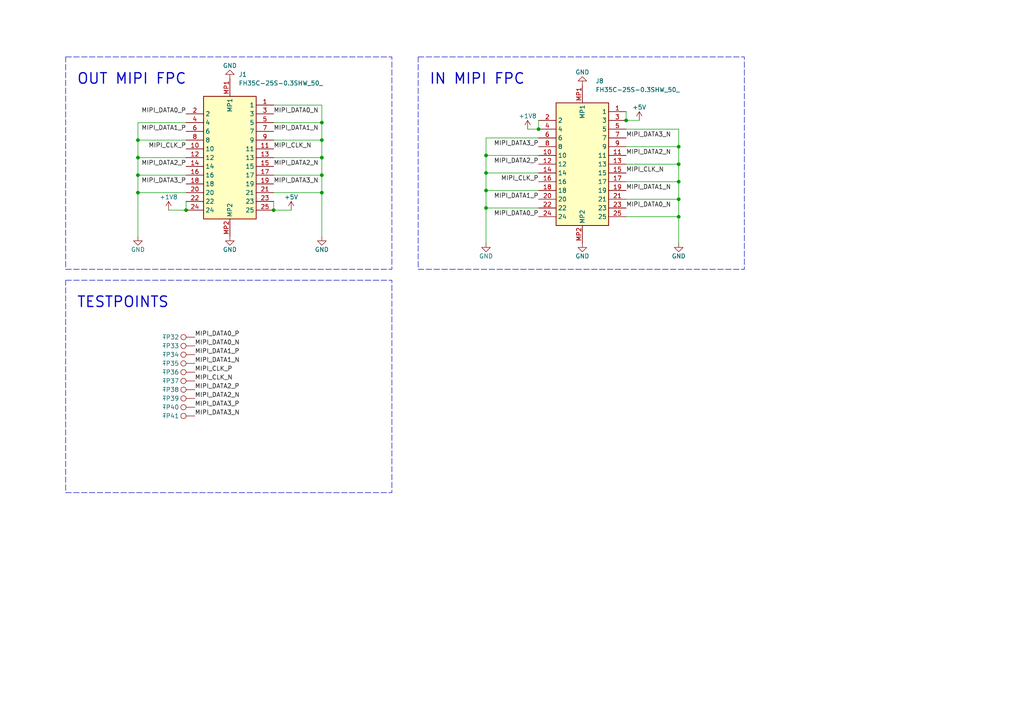
<source format=kicad_sch>
(kicad_sch (version 20230121) (generator eeschema)

  (uuid d7258a8e-b51b-4f13-8a49-6bfd1b2b58ca)

  (paper "A4")

  (lib_symbols
    (symbol "+5V_1" (power) (pin_names (offset 0)) (in_bom yes) (on_board yes)
      (property "Reference" "#PWR" (at 0 -3.81 0)
        (effects (font (size 1.27 1.27)) hide)
      )
      (property "Value" "+5V_1" (at 0 3.556 0)
        (effects (font (size 1.27 1.27)))
      )
      (property "Footprint" "" (at 0 0 0)
        (effects (font (size 1.27 1.27)) hide)
      )
      (property "Datasheet" "" (at 0 0 0)
        (effects (font (size 1.27 1.27)) hide)
      )
      (property "ki_keywords" "global power" (at 0 0 0)
        (effects (font (size 1.27 1.27)) hide)
      )
      (property "ki_description" "Power symbol creates a global label with name \"+5V\"" (at 0 0 0)
        (effects (font (size 1.27 1.27)) hide)
      )
      (symbol "+5V_1_0_1"
        (polyline
          (pts
            (xy -0.762 1.27)
            (xy 0 2.54)
          )
          (stroke (width 0) (type default))
          (fill (type none))
        )
        (polyline
          (pts
            (xy 0 0)
            (xy 0 2.54)
          )
          (stroke (width 0) (type default))
          (fill (type none))
        )
        (polyline
          (pts
            (xy 0 2.54)
            (xy 0.762 1.27)
          )
          (stroke (width 0) (type default))
          (fill (type none))
        )
      )
      (symbol "+5V_1_1_1"
        (pin power_in line (at 0 0 90) (length 0) hide
          (name "+5V" (effects (font (size 1.27 1.27))))
          (number "1" (effects (font (size 1.27 1.27))))
        )
      )
    )
    (symbol "Connector:TestPoint" (pin_numbers hide) (pin_names (offset 0.762) hide) (in_bom yes) (on_board yes)
      (property "Reference" "TP" (at 0 6.858 0)
        (effects (font (size 1.27 1.27)))
      )
      (property "Value" "TestPoint" (at 0 5.08 0)
        (effects (font (size 1.27 1.27)))
      )
      (property "Footprint" "" (at 5.08 0 0)
        (effects (font (size 1.27 1.27)) hide)
      )
      (property "Datasheet" "~" (at 5.08 0 0)
        (effects (font (size 1.27 1.27)) hide)
      )
      (property "ki_keywords" "test point tp" (at 0 0 0)
        (effects (font (size 1.27 1.27)) hide)
      )
      (property "ki_description" "test point" (at 0 0 0)
        (effects (font (size 1.27 1.27)) hide)
      )
      (property "ki_fp_filters" "Pin* Test*" (at 0 0 0)
        (effects (font (size 1.27 1.27)) hide)
      )
      (symbol "TestPoint_0_1"
        (circle (center 0 3.302) (radius 0.762)
          (stroke (width 0) (type default))
          (fill (type none))
        )
      )
      (symbol "TestPoint_1_1"
        (pin passive line (at 0 0 90) (length 2.54)
          (name "1" (effects (font (size 1.27 1.27))))
          (number "1" (effects (font (size 1.27 1.27))))
        )
      )
    )
    (symbol "GND_3" (power) (pin_names (offset 0)) (in_bom yes) (on_board yes)
      (property "Reference" "#PWR" (at 0 -6.35 0)
        (effects (font (size 1.27 1.27)) hide)
      )
      (property "Value" "GND_3" (at 0 -3.81 0)
        (effects (font (size 1.27 1.27)))
      )
      (property "Footprint" "" (at 0 0 0)
        (effects (font (size 1.27 1.27)) hide)
      )
      (property "Datasheet" "" (at 0 0 0)
        (effects (font (size 1.27 1.27)) hide)
      )
      (property "ki_keywords" "global power" (at 0 0 0)
        (effects (font (size 1.27 1.27)) hide)
      )
      (property "ki_description" "Power symbol creates a global label with name \"GND\" , ground" (at 0 0 0)
        (effects (font (size 1.27 1.27)) hide)
      )
      (symbol "GND_3_0_1"
        (polyline
          (pts
            (xy 0 0)
            (xy 0 -1.27)
            (xy 1.27 -1.27)
            (xy 0 -2.54)
            (xy -1.27 -1.27)
            (xy 0 -1.27)
          )
          (stroke (width 0) (type default))
          (fill (type none))
        )
      )
      (symbol "GND_3_1_1"
        (pin power_in line (at 0 0 270) (length 0) hide
          (name "GND" (effects (font (size 1.27 1.27))))
          (number "1" (effects (font (size 1.27 1.27))))
        )
      )
    )
    (symbol "SamacSys_Parts:FH35C-25S-0.3SHW_50_" (in_bom yes) (on_board yes)
      (property "Reference" "J" (at 41.91 12.7 0)
        (effects (font (size 1.27 1.27)) (justify left top))
      )
      (property "Value" "FH35C-25S-0.3SHW_50_" (at 41.91 10.16 0)
        (effects (font (size 1.27 1.27)) (justify left top))
      )
      (property "Footprint" "FH35C25S03SHW50" (at 41.91 -89.84 0)
        (effects (font (size 1.27 1.27)) (justify left top) hide)
      )
      (property "Datasheet" "https://www.hirose.com/product/en/products/FH35C/FH35C-25S-0.3SHW%2850%29/" (at 41.91 -189.84 0)
        (effects (font (size 1.27 1.27)) (justify left top) hide)
      )
      (property "Height" "1" (at 41.91 -389.84 0)
        (effects (font (size 1.27 1.27)) (justify left top) hide)
      )
      (property "Mouser Part Number" "798-FH35C25S03SHW50" (at 41.91 -489.84 0)
        (effects (font (size 1.27 1.27)) (justify left top) hide)
      )
      (property "Mouser Price/Stock" "https://www.mouser.co.uk/ProductDetail/Hirose-Connector/FH35C-25S-0.3SHW50?qs=zPSbg0dgZogJgfylmO6pPg%3D%3D" (at 41.91 -589.84 0)
        (effects (font (size 1.27 1.27)) (justify left top) hide)
      )
      (property "Manufacturer_Name" "Hirose" (at 41.91 -689.84 0)
        (effects (font (size 1.27 1.27)) (justify left top) hide)
      )
      (property "Manufacturer_Part_Number" "FH35C-25S-0.3SHW(50)" (at 41.91 -789.84 0)
        (effects (font (size 1.27 1.27)) (justify left top) hide)
      )
      (property "ki_description" "HIROSE(HRS) - FH35C-25S-0.3SHW(50) - CONNECTOR, FPC, RCPT, 25POS, 1ROW" (at 0 0 0)
        (effects (font (size 1.27 1.27)) hide)
      )
      (symbol "FH35C-25S-0.3SHW_50__1_1"
        (rectangle (start 5.08 7.62) (end 40.64 -7.62)
          (stroke (width 0.254) (type default))
          (fill (type background))
        )
        (pin passive line (at 38.1 -12.7 90) (length 5.08)
          (name "1" (effects (font (size 1.27 1.27))))
          (number "1" (effects (font (size 1.27 1.27))))
        )
        (pin passive line (at 25.4 12.7 270) (length 5.08)
          (name "10" (effects (font (size 1.27 1.27))))
          (number "10" (effects (font (size 1.27 1.27))))
        )
        (pin passive line (at 25.4 -12.7 90) (length 5.08)
          (name "11" (effects (font (size 1.27 1.27))))
          (number "11" (effects (font (size 1.27 1.27))))
        )
        (pin passive line (at 22.86 12.7 270) (length 5.08)
          (name "12" (effects (font (size 1.27 1.27))))
          (number "12" (effects (font (size 1.27 1.27))))
        )
        (pin passive line (at 22.86 -12.7 90) (length 5.08)
          (name "13" (effects (font (size 1.27 1.27))))
          (number "13" (effects (font (size 1.27 1.27))))
        )
        (pin passive line (at 20.32 12.7 270) (length 5.08)
          (name "14" (effects (font (size 1.27 1.27))))
          (number "14" (effects (font (size 1.27 1.27))))
        )
        (pin passive line (at 20.32 -12.7 90) (length 5.08)
          (name "15" (effects (font (size 1.27 1.27))))
          (number "15" (effects (font (size 1.27 1.27))))
        )
        (pin passive line (at 17.78 12.7 270) (length 5.08)
          (name "16" (effects (font (size 1.27 1.27))))
          (number "16" (effects (font (size 1.27 1.27))))
        )
        (pin passive line (at 17.78 -12.7 90) (length 5.08)
          (name "17" (effects (font (size 1.27 1.27))))
          (number "17" (effects (font (size 1.27 1.27))))
        )
        (pin passive line (at 15.24 12.7 270) (length 5.08)
          (name "18" (effects (font (size 1.27 1.27))))
          (number "18" (effects (font (size 1.27 1.27))))
        )
        (pin passive line (at 15.24 -12.7 90) (length 5.08)
          (name "19" (effects (font (size 1.27 1.27))))
          (number "19" (effects (font (size 1.27 1.27))))
        )
        (pin passive line (at 35.56 12.7 270) (length 5.08)
          (name "2" (effects (font (size 1.27 1.27))))
          (number "2" (effects (font (size 1.27 1.27))))
        )
        (pin passive line (at 12.7 12.7 270) (length 5.08)
          (name "20" (effects (font (size 1.27 1.27))))
          (number "20" (effects (font (size 1.27 1.27))))
        )
        (pin passive line (at 12.7 -12.7 90) (length 5.08)
          (name "21" (effects (font (size 1.27 1.27))))
          (number "21" (effects (font (size 1.27 1.27))))
        )
        (pin passive line (at 10.16 12.7 270) (length 5.08)
          (name "22" (effects (font (size 1.27 1.27))))
          (number "22" (effects (font (size 1.27 1.27))))
        )
        (pin passive line (at 10.16 -12.7 90) (length 5.08)
          (name "23" (effects (font (size 1.27 1.27))))
          (number "23" (effects (font (size 1.27 1.27))))
        )
        (pin passive line (at 7.62 12.7 270) (length 5.08)
          (name "24" (effects (font (size 1.27 1.27))))
          (number "24" (effects (font (size 1.27 1.27))))
        )
        (pin passive line (at 7.62 -12.7 90) (length 5.08)
          (name "25" (effects (font (size 1.27 1.27))))
          (number "25" (effects (font (size 1.27 1.27))))
        )
        (pin passive line (at 35.56 -12.7 90) (length 5.08)
          (name "3" (effects (font (size 1.27 1.27))))
          (number "3" (effects (font (size 1.27 1.27))))
        )
        (pin passive line (at 33.02 12.7 270) (length 5.08)
          (name "4" (effects (font (size 1.27 1.27))))
          (number "4" (effects (font (size 1.27 1.27))))
        )
        (pin passive line (at 33.02 -12.7 90) (length 5.08)
          (name "5" (effects (font (size 1.27 1.27))))
          (number "5" (effects (font (size 1.27 1.27))))
        )
        (pin passive line (at 30.48 12.7 270) (length 5.08)
          (name "6" (effects (font (size 1.27 1.27))))
          (number "6" (effects (font (size 1.27 1.27))))
        )
        (pin passive line (at 30.48 -12.7 90) (length 5.08)
          (name "7" (effects (font (size 1.27 1.27))))
          (number "7" (effects (font (size 1.27 1.27))))
        )
        (pin passive line (at 27.94 12.7 270) (length 5.08)
          (name "8" (effects (font (size 1.27 1.27))))
          (number "8" (effects (font (size 1.27 1.27))))
        )
        (pin passive line (at 27.94 -12.7 90) (length 5.08)
          (name "9" (effects (font (size 1.27 1.27))))
          (number "9" (effects (font (size 1.27 1.27))))
        )
        (pin passive line (at 45.72 0 180) (length 5.08)
          (name "MP1" (effects (font (size 1.27 1.27))))
          (number "MP1" (effects (font (size 1.27 1.27))))
        )
        (pin passive line (at 0 0 0) (length 5.08)
          (name "MP2" (effects (font (size 1.27 1.27))))
          (number "MP2" (effects (font (size 1.27 1.27))))
        )
      )
    )
    (symbol "power:+1V8" (power) (pin_names (offset 0)) (in_bom yes) (on_board yes)
      (property "Reference" "#PWR" (at 0 -3.81 0)
        (effects (font (size 1.27 1.27)) hide)
      )
      (property "Value" "+1V8" (at 0 3.556 0)
        (effects (font (size 1.27 1.27)))
      )
      (property "Footprint" "" (at 0 0 0)
        (effects (font (size 1.27 1.27)) hide)
      )
      (property "Datasheet" "" (at 0 0 0)
        (effects (font (size 1.27 1.27)) hide)
      )
      (property "ki_keywords" "global power" (at 0 0 0)
        (effects (font (size 1.27 1.27)) hide)
      )
      (property "ki_description" "Power symbol creates a global label with name \"+1V8\"" (at 0 0 0)
        (effects (font (size 1.27 1.27)) hide)
      )
      (symbol "+1V8_0_1"
        (polyline
          (pts
            (xy -0.762 1.27)
            (xy 0 2.54)
          )
          (stroke (width 0) (type default))
          (fill (type none))
        )
        (polyline
          (pts
            (xy 0 0)
            (xy 0 2.54)
          )
          (stroke (width 0) (type default))
          (fill (type none))
        )
        (polyline
          (pts
            (xy 0 2.54)
            (xy 0.762 1.27)
          )
          (stroke (width 0) (type default))
          (fill (type none))
        )
      )
      (symbol "+1V8_1_1"
        (pin power_in line (at 0 0 90) (length 0) hide
          (name "+1V8" (effects (font (size 1.27 1.27))))
          (number "1" (effects (font (size 1.27 1.27))))
        )
      )
    )
  )

  (junction (at 93.345 45.72) (diameter 0) (color 0 0 0 0)
    (uuid 179cb44c-1441-4d02-a13a-5f3940b98508)
  )
  (junction (at 40.005 40.64) (diameter 0) (color 0 0 0 0)
    (uuid 2a24b9d5-b13f-4b8f-b8e2-34473cad66ac)
  )
  (junction (at 40.005 55.88) (diameter 0) (color 0 0 0 0)
    (uuid 3e0288f3-e964-442c-9d4d-76c4b19256c3)
  )
  (junction (at 40.005 50.8) (diameter 0) (color 0 0 0 0)
    (uuid 40428152-7365-4a0d-8d47-a68039a97b64)
  )
  (junction (at 181.61 34.925) (diameter 0) (color 0 0 0 0)
    (uuid 55affe8f-b1a6-4741-b1f0-2a5af0653436)
  )
  (junction (at 93.345 50.8) (diameter 0) (color 0 0 0 0)
    (uuid 8a054b42-1554-4350-873f-532afbd893e3)
  )
  (junction (at 140.97 50.165) (diameter 0) (color 0 0 0 0)
    (uuid 8fcdfde6-9c6d-4993-85ac-fe4e234cbaa4)
  )
  (junction (at 140.97 45.085) (diameter 0) (color 0 0 0 0)
    (uuid 9343e2b9-f145-4aaf-8df7-7338f6100962)
  )
  (junction (at 156.21 37.465) (diameter 0) (color 0 0 0 0)
    (uuid a2087c41-ce73-4b3b-adba-001a49697905)
  )
  (junction (at 196.85 62.865) (diameter 0) (color 0 0 0 0)
    (uuid a288bcf5-2e68-47ae-b421-c9d93012aa78)
  )
  (junction (at 140.97 60.325) (diameter 0) (color 0 0 0 0)
    (uuid aa67cc7a-f81b-4a83-9f05-747b99255e59)
  )
  (junction (at 93.345 55.88) (diameter 0) (color 0 0 0 0)
    (uuid bb2b0876-e946-4892-97da-45dd1e24914b)
  )
  (junction (at 93.345 35.56) (diameter 0) (color 0 0 0 0)
    (uuid bccc92e7-23eb-40cc-9718-4b50dbac7e6a)
  )
  (junction (at 196.85 47.625) (diameter 0) (color 0 0 0 0)
    (uuid d7c96291-f75f-4183-b5eb-45284c11b29c)
  )
  (junction (at 196.85 52.705) (diameter 0) (color 0 0 0 0)
    (uuid dfffedaf-5b38-4287-a378-acc5040d36b7)
  )
  (junction (at 53.975 60.96) (diameter 0) (color 0 0 0 0)
    (uuid e4de59b1-4c2c-402f-988a-e7dbeb34c3a9)
  )
  (junction (at 196.85 42.545) (diameter 0) (color 0 0 0 0)
    (uuid e5741134-5bd3-453b-b83a-191f1fee1c8b)
  )
  (junction (at 140.97 55.245) (diameter 0) (color 0 0 0 0)
    (uuid ed76ca61-ad37-456d-822e-120fa6b59ee7)
  )
  (junction (at 196.85 57.785) (diameter 0) (color 0 0 0 0)
    (uuid ee485da0-db82-4b44-b131-04143cbd0ae0)
  )
  (junction (at 93.345 40.64) (diameter 0) (color 0 0 0 0)
    (uuid f3992ca1-799f-43ec-8489-60ab8702a739)
  )
  (junction (at 79.375 60.96) (diameter 0) (color 0 0 0 0)
    (uuid f4fe0631-62c3-41d7-b999-2d667fae3993)
  )
  (junction (at 40.005 45.72) (diameter 0) (color 0 0 0 0)
    (uuid fa471003-3501-4a84-bcd6-7a4c8a798a05)
  )

  (wire (pts (xy 79.375 60.96) (xy 84.455 60.96))
    (stroke (width 0) (type default))
    (uuid 149be455-b011-46b0-8908-1e984e8af2fe)
  )
  (wire (pts (xy 93.345 30.48) (xy 79.375 30.48))
    (stroke (width 0) (type default))
    (uuid 14dfec69-fbeb-4023-9799-5d8131838676)
  )
  (wire (pts (xy 140.97 55.245) (xy 140.97 60.325))
    (stroke (width 0) (type default))
    (uuid 17759e25-fa01-4bd1-a36e-6b2709922b6f)
  )
  (wire (pts (xy 140.97 60.325) (xy 140.97 70.485))
    (stroke (width 0) (type default))
    (uuid 1e6bc598-f40c-401c-b9b5-b0f75893226d)
  )
  (wire (pts (xy 181.61 62.865) (xy 196.85 62.865))
    (stroke (width 0) (type default))
    (uuid 1f7135a3-859f-4f70-979e-771f6c1e3da2)
  )
  (wire (pts (xy 140.97 40.005) (xy 140.97 45.085))
    (stroke (width 0) (type default))
    (uuid 2392df07-7380-4041-8f2a-cb5157f56896)
  )
  (wire (pts (xy 181.61 47.625) (xy 196.85 47.625))
    (stroke (width 0) (type default))
    (uuid 279db082-edab-4176-8190-0a1f76816742)
  )
  (wire (pts (xy 181.61 34.925) (xy 181.61 32.385))
    (stroke (width 0) (type default))
    (uuid 290e4e6c-a324-449f-a7d9-d4c87094abc9)
  )
  (wire (pts (xy 79.375 45.72) (xy 93.345 45.72))
    (stroke (width 0) (type default))
    (uuid 36204026-4e6b-458d-b69d-0219a023db92)
  )
  (wire (pts (xy 156.21 45.085) (xy 140.97 45.085))
    (stroke (width 0) (type default))
    (uuid 36fb5089-45bb-4060-b84f-ccd64ec10e3f)
  )
  (wire (pts (xy 196.85 42.545) (xy 196.85 47.625))
    (stroke (width 0) (type default))
    (uuid 448554b1-9df8-4aaf-bba9-6ee8b17265bc)
  )
  (wire (pts (xy 196.85 57.785) (xy 196.85 62.865))
    (stroke (width 0) (type default))
    (uuid 4739f7d9-f31c-4073-a8b6-42108c5bfc1a)
  )
  (wire (pts (xy 79.375 35.56) (xy 93.345 35.56))
    (stroke (width 0) (type default))
    (uuid 4a7800fe-be9f-485f-b0c8-90ac5125227f)
  )
  (wire (pts (xy 93.345 55.88) (xy 93.345 68.58))
    (stroke (width 0) (type default))
    (uuid 4b9642ba-98aa-450b-9e83-b48db0daa874)
  )
  (wire (pts (xy 93.345 35.56) (xy 93.345 40.64))
    (stroke (width 0) (type default))
    (uuid 4cbc6637-7537-4e57-8b5c-62b61dc59d3c)
  )
  (wire (pts (xy 40.005 50.8) (xy 53.975 50.8))
    (stroke (width 0) (type default))
    (uuid 50ce058b-973f-4009-9a8f-c1f7ad464391)
  )
  (wire (pts (xy 40.005 35.56) (xy 40.005 40.64))
    (stroke (width 0) (type default))
    (uuid 57531ac9-7b48-4962-846b-9517ffbce5f6)
  )
  (wire (pts (xy 79.375 50.8) (xy 93.345 50.8))
    (stroke (width 0) (type default))
    (uuid 5bdb38d4-a1b4-43b4-9e15-13363322374d)
  )
  (wire (pts (xy 79.375 55.88) (xy 93.345 55.88))
    (stroke (width 0) (type default))
    (uuid 62be7e1e-0079-40d8-babd-8561b09f9abc)
  )
  (wire (pts (xy 156.21 37.465) (xy 153.035 37.465))
    (stroke (width 0) (type default))
    (uuid 63daabd6-980d-428b-94a0-ddad676880d4)
  )
  (wire (pts (xy 140.97 50.165) (xy 156.21 50.165))
    (stroke (width 0) (type default))
    (uuid 70a64bcf-226b-4f11-8bfa-2ac8c85ec13b)
  )
  (wire (pts (xy 156.21 37.465) (xy 156.21 34.925))
    (stroke (width 0) (type default))
    (uuid 74c6f380-4138-455a-8056-b5bea2bea7a7)
  )
  (wire (pts (xy 181.61 42.545) (xy 196.85 42.545))
    (stroke (width 0) (type default))
    (uuid 75270215-fbf4-4cfb-928c-378fb24869d7)
  )
  (wire (pts (xy 79.375 58.42) (xy 79.375 60.96))
    (stroke (width 0) (type default))
    (uuid 77e92df9-8c57-47be-b168-699ab0020358)
  )
  (wire (pts (xy 40.005 40.64) (xy 53.975 40.64))
    (stroke (width 0) (type default))
    (uuid 785816e4-141b-4de4-a3c4-25693ec5bece)
  )
  (wire (pts (xy 93.345 40.64) (xy 93.345 45.72))
    (stroke (width 0) (type default))
    (uuid 7c63dcb1-f713-4e5e-8f49-3d038840b59d)
  )
  (wire (pts (xy 40.005 50.8) (xy 40.005 55.88))
    (stroke (width 0) (type default))
    (uuid 809d0131-812d-4585-83a4-3d87c9aee4c7)
  )
  (wire (pts (xy 140.97 45.085) (xy 140.97 50.165))
    (stroke (width 0) (type default))
    (uuid 878b0bea-517b-4fb8-a920-00ed8e511027)
  )
  (wire (pts (xy 40.005 55.88) (xy 53.975 55.88))
    (stroke (width 0) (type default))
    (uuid 887a030b-eb59-4200-9693-4cb0da2fa76f)
  )
  (wire (pts (xy 40.005 45.72) (xy 53.975 45.72))
    (stroke (width 0) (type default))
    (uuid 8a60ae1f-c2e2-4d0b-85bb-d152edced378)
  )
  (wire (pts (xy 140.97 50.165) (xy 140.97 55.245))
    (stroke (width 0) (type default))
    (uuid 90743a3d-0b23-4e69-acae-905b4cc605ff)
  )
  (wire (pts (xy 48.895 60.96) (xy 53.975 60.96))
    (stroke (width 0) (type default))
    (uuid 92ebf1c3-34d0-4abc-ba3b-493866437ba6)
  )
  (wire (pts (xy 140.97 55.245) (xy 156.21 55.245))
    (stroke (width 0) (type default))
    (uuid 95bc782c-ffd2-4773-b1b1-1d29b4dfb02f)
  )
  (wire (pts (xy 196.85 62.865) (xy 196.85 70.485))
    (stroke (width 0) (type default))
    (uuid 9694cd8e-29b4-4fba-b36d-f86472ba3443)
  )
  (wire (pts (xy 93.345 50.8) (xy 93.345 45.72))
    (stroke (width 0) (type default))
    (uuid 98ca92c6-fc28-4437-8f59-849f3163dfbf)
  )
  (wire (pts (xy 196.85 47.625) (xy 196.85 52.705))
    (stroke (width 0) (type default))
    (uuid 9c47e2d5-eef7-4298-afca-240421364071)
  )
  (wire (pts (xy 196.85 37.465) (xy 196.85 42.545))
    (stroke (width 0) (type default))
    (uuid 9dcef15f-9538-437f-814a-09dc87617666)
  )
  (wire (pts (xy 181.61 57.785) (xy 196.85 57.785))
    (stroke (width 0) (type default))
    (uuid a1cbcb97-22d3-4b75-85ce-b5f0bacf67e0)
  )
  (wire (pts (xy 181.61 37.465) (xy 196.85 37.465))
    (stroke (width 0) (type default))
    (uuid a3247ad6-9f22-4464-ad16-0b8d0d65f8ce)
  )
  (wire (pts (xy 53.975 35.56) (xy 40.005 35.56))
    (stroke (width 0) (type default))
    (uuid aded3ee4-e640-4ecb-89d8-c52185e8381d)
  )
  (wire (pts (xy 53.975 58.42) (xy 53.975 60.96))
    (stroke (width 0) (type default))
    (uuid af8da3b5-01bb-4e56-b4a4-590038927957)
  )
  (wire (pts (xy 40.005 55.88) (xy 40.005 68.58))
    (stroke (width 0) (type default))
    (uuid bbee67e5-98c0-4642-aa3a-90b6bb4c24db)
  )
  (wire (pts (xy 93.345 50.8) (xy 93.345 55.88))
    (stroke (width 0) (type default))
    (uuid c6a5b77a-b5a2-4119-ba63-c027b10a94e5)
  )
  (wire (pts (xy 40.005 40.64) (xy 40.005 45.72))
    (stroke (width 0) (type default))
    (uuid ca53a595-6f8f-4a0f-a378-1ed64ed3f46d)
  )
  (wire (pts (xy 196.85 52.705) (xy 196.85 57.785))
    (stroke (width 0) (type default))
    (uuid d1eefad3-7563-4c42-ba9a-d43665cd972e)
  )
  (wire (pts (xy 181.61 34.925) (xy 185.42 34.925))
    (stroke (width 0) (type default))
    (uuid db3b2a50-234b-49ce-9524-f7ade4ad50c7)
  )
  (wire (pts (xy 40.005 45.72) (xy 40.005 50.8))
    (stroke (width 0) (type default))
    (uuid e72e9e72-d0dd-4125-bfed-e97941154aeb)
  )
  (wire (pts (xy 79.375 40.64) (xy 93.345 40.64))
    (stroke (width 0) (type default))
    (uuid e7895b36-b18f-452c-8c72-f338540e7f25)
  )
  (wire (pts (xy 181.61 52.705) (xy 196.85 52.705))
    (stroke (width 0) (type default))
    (uuid f947797c-2aad-4cdd-b26e-d8455f8aecb6)
  )
  (wire (pts (xy 140.97 40.005) (xy 156.21 40.005))
    (stroke (width 0) (type default))
    (uuid fc8b00b5-6aa9-4f4b-ac20-81bfba3f3604)
  )
  (wire (pts (xy 93.345 35.56) (xy 93.345 30.48))
    (stroke (width 0) (type default))
    (uuid ff0fe96f-7825-4fce-b24a-6350fd2d2929)
  )
  (wire (pts (xy 140.97 60.325) (xy 156.21 60.325))
    (stroke (width 0) (type default))
    (uuid ffa3cb81-7483-4d52-8268-e95c065b106a)
  )

  (rectangle (start 121.285 16.51) (end 215.9 78.105)
    (stroke (width 0) (type dash))
    (fill (type none))
    (uuid 16dbcbf8-04d9-46cc-81f9-a7b474a0eb82)
  )
  (rectangle (start 19.05 81.28) (end 113.665 142.875)
    (stroke (width 0) (type dash))
    (fill (type none))
    (uuid 3c66645f-3dc3-426f-a5cd-2050a47af329)
  )
  (rectangle (start 19.05 16.51) (end 113.665 78.105)
    (stroke (width 0) (type dash))
    (fill (type none))
    (uuid 4a80df71-5c69-406b-a943-f761dd92b1cb)
  )

  (text "TESTPOINTS" (at 22.225 89.535 0)
    (effects (font (face "KiCad Font") (size 3.048 3.048) (thickness 0.3556) bold) (justify left bottom))
    (uuid 1708e83c-28d5-4691-b764-e39975493ae8)
  )
  (text "IN MIPI FPC" (at 124.46 24.765 0)
    (effects (font (face "KiCad Font") (size 3.048 3.048) (thickness 0.3556) bold) (justify left bottom))
    (uuid 31512c16-2809-43fb-ba73-b3fe457d4cc2)
  )
  (text "OUT MIPI FPC" (at 22.225 24.765 0)
    (effects (font (face "KiCad Font") (size 3.048 3.048) (thickness 0.3556) bold) (justify left bottom))
    (uuid a1b8cb57-4cf0-4014-a5a7-9352a0425806)
  )

  (label "MIPI_DATA2_P" (at 56.515 113.03 0) (fields_autoplaced)
    (effects (font (size 1.27 1.27)) (justify left bottom))
    (uuid 0edcc9d4-9994-4472-b377-8f7bd151b92a)
  )
  (label "MIPI_DATA3_P" (at 56.515 118.11 0) (fields_autoplaced)
    (effects (font (size 1.27 1.27)) (justify left bottom))
    (uuid 1207f0ad-ba90-4f67-8022-779287d85ffb)
  )
  (label "MIPI_DATA0_P" (at 56.515 97.79 0) (fields_autoplaced)
    (effects (font (size 1.27 1.27)) (justify left bottom))
    (uuid 13ce4c32-5d69-479b-a00f-cb365a15f578)
  )
  (label "MIPI_DATA0_N" (at 181.61 60.325 0) (fields_autoplaced)
    (effects (font (size 1.27 1.27)) (justify left bottom))
    (uuid 1fcddcff-5cf3-4c87-88cb-0ee3e1bfd459)
  )
  (label "MIPI_CLK_N" (at 79.375 43.18 0) (fields_autoplaced)
    (effects (font (size 1.27 1.27)) (justify left bottom))
    (uuid 3ee9c789-5104-4360-8863-0c59db1909dd)
  )
  (label "MIPI_DATA3_N" (at 79.375 53.34 0) (fields_autoplaced)
    (effects (font (size 1.27 1.27)) (justify left bottom))
    (uuid 4601d018-034f-486d-9eae-5a0aeacba112)
  )
  (label "MIPI_DATA3_P" (at 156.21 42.545 180) (fields_autoplaced)
    (effects (font (size 1.27 1.27)) (justify right bottom))
    (uuid 507ee125-190d-4ea5-9696-17d9e15d34f4)
  )
  (label "MIPI_DATA1_N" (at 79.375 38.1 0) (fields_autoplaced)
    (effects (font (size 1.27 1.27)) (justify left bottom))
    (uuid 555b2b87-1c7d-4ce8-b68f-f8d41e5d2a6d)
  )
  (label "MIPI_DATA1_N" (at 181.61 55.245 0) (fields_autoplaced)
    (effects (font (size 1.27 1.27)) (justify left bottom))
    (uuid 5629c273-aac6-41c1-92f7-b62aa8ac1ffa)
  )
  (label "MIPI_DATA2_N" (at 181.61 45.085 0) (fields_autoplaced)
    (effects (font (size 1.27 1.27)) (justify left bottom))
    (uuid 605d85e0-cba6-4d92-8bd6-0984d5961850)
  )
  (label "MIPI_DATA2_N" (at 79.375 48.26 0) (fields_autoplaced)
    (effects (font (size 1.27 1.27)) (justify left bottom))
    (uuid 61f5a133-8b3f-4de1-bd7c-68aeb378131d)
  )
  (label "MIPI_DATA1_P" (at 156.21 57.785 180) (fields_autoplaced)
    (effects (font (size 1.27 1.27)) (justify right bottom))
    (uuid 6f0ff6dd-6da0-4444-98f3-86600bf550f3)
  )
  (label "MIPI_DATA2_N" (at 56.515 115.57 0) (fields_autoplaced)
    (effects (font (size 1.27 1.27)) (justify left bottom))
    (uuid 716aa48e-5568-44dc-8a76-09fd6dbf2be0)
  )
  (label "MIPI_DATA1_P" (at 53.975 38.1 180) (fields_autoplaced)
    (effects (font (size 1.27 1.27)) (justify right bottom))
    (uuid 90d85a48-f1e4-4d91-b8c5-e718af58ee46)
  )
  (label "MIPI_DATA3_N" (at 56.515 120.65 0) (fields_autoplaced)
    (effects (font (size 1.27 1.27)) (justify left bottom))
    (uuid 98d8b493-ce75-4307-9daf-01ccd3ffc249)
  )
  (label "MIPI_CLK_P" (at 53.975 43.18 180) (fields_autoplaced)
    (effects (font (size 1.27 1.27)) (justify right bottom))
    (uuid a8cd8859-7832-49e2-8743-89241621edc4)
  )
  (label "MIPI_DATA2_P" (at 156.21 47.625 180) (fields_autoplaced)
    (effects (font (size 1.27 1.27)) (justify right bottom))
    (uuid aa5d0a1a-6f36-4d3f-8fba-efc552734b7e)
  )
  (label "MIPI_DATA2_P" (at 53.975 48.26 180) (fields_autoplaced)
    (effects (font (size 1.27 1.27)) (justify right bottom))
    (uuid b752d56c-bd19-47e5-8d22-15b2ab460295)
  )
  (label "MIPI_DATA0_N" (at 79.375 33.02 0) (fields_autoplaced)
    (effects (font (size 1.27 1.27)) (justify left bottom))
    (uuid bd918b3e-1c99-46b5-90ee-4ffb384a7e86)
  )
  (label "MIPI_DATA0_P" (at 53.975 33.02 180) (fields_autoplaced)
    (effects (font (size 1.27 1.27)) (justify right bottom))
    (uuid be1e52be-660d-462f-9887-ff55bfc466a4)
  )
  (label "MIPI_CLK_N" (at 56.515 110.49 0) (fields_autoplaced)
    (effects (font (size 1.27 1.27)) (justify left bottom))
    (uuid cec8c16e-67b7-49b3-a85a-2b918a470c0d)
  )
  (label "MIPI_DATA3_P" (at 53.975 53.34 180) (fields_autoplaced)
    (effects (font (size 1.27 1.27)) (justify right bottom))
    (uuid cf5a2ae9-e629-4787-9d51-1ec45d582d5b)
  )
  (label "MIPI_CLK_P" (at 56.515 107.95 0) (fields_autoplaced)
    (effects (font (size 1.27 1.27)) (justify left bottom))
    (uuid d0a3130f-13e8-4322-b09b-d3ff56554390)
  )
  (label "MIPI_DATA3_N" (at 181.61 40.005 0) (fields_autoplaced)
    (effects (font (size 1.27 1.27)) (justify left bottom))
    (uuid d279cd51-9061-45a2-9100-1ea3fd2a9d84)
  )
  (label "MIPI_DATA1_P" (at 56.515 102.87 0) (fields_autoplaced)
    (effects (font (size 1.27 1.27)) (justify left bottom))
    (uuid ddd0ff3f-5a9d-4be5-9634-e1c016c9a3d3)
  )
  (label "MIPI_CLK_P" (at 156.21 52.705 180) (fields_autoplaced)
    (effects (font (size 1.27 1.27)) (justify right bottom))
    (uuid e01d3f84-a226-4be3-9d3b-e68c1f318d9f)
  )
  (label "MIPI_DATA0_N" (at 56.515 100.33 0) (fields_autoplaced)
    (effects (font (size 1.27 1.27)) (justify left bottom))
    (uuid ea1f97a9-ef99-42bc-8960-d68e799bb075)
  )
  (label "MIPI_DATA1_N" (at 56.515 105.41 0) (fields_autoplaced)
    (effects (font (size 1.27 1.27)) (justify left bottom))
    (uuid ef2bc950-1a05-4938-8e6c-3a1945b7bf5e)
  )
  (label "MIPI_CLK_N" (at 181.61 50.165 0) (fields_autoplaced)
    (effects (font (size 1.27 1.27)) (justify left bottom))
    (uuid fb98a0c1-7d82-4a44-8ef8-8032a8d66be9)
  )
  (label "MIPI_DATA0_P" (at 156.21 62.865 180) (fields_autoplaced)
    (effects (font (size 1.27 1.27)) (justify right bottom))
    (uuid fdb54a4b-b8f3-44a3-a8ea-edaf8f65e5fe)
  )

  (symbol (lib_id "Connector:TestPoint") (at 56.515 97.79 90) (unit 1)
    (in_bom yes) (on_board yes) (dnp no)
    (uuid 0707eb9c-d425-40db-a129-524b915a4735)
    (property "Reference" "TP32" (at 49.53 97.79 90)
      (effects (font (size 1.27 1.27)))
    )
    (property "Value" "~" (at 47.625 97.79 90)
      (effects (font (size 1.27 1.27)))
    )
    (property "Footprint" "TestPoint:TestPoint_Pad_1.0x1.0mm" (at 56.515 92.71 0)
      (effects (font (size 1.27 1.27)) hide)
    )
    (property "Datasheet" "~" (at 56.515 92.71 0)
      (effects (font (size 1.27 1.27)) hide)
    )
    (pin "1" (uuid 7a79a6a3-f8f4-4284-9fa5-e7de09089298))
    (instances
      (project "ssd2828_board"
        (path "/e63e39d7-6ac0-4ffd-8aa3-1841a4541b55/d447bd0b-01e9-4cd7-8213-bcef244ac24b"
          (reference "TP32") (unit 1)
        )
      )
    )
  )

  (symbol (lib_id "SamacSys_Parts:FH35C-25S-0.3SHW_50_") (at 168.91 70.485 90) (unit 1)
    (in_bom yes) (on_board yes) (dnp no)
    (uuid 0ef38fa5-b224-49cd-9f53-8e005d0c3090)
    (property "Reference" "J8" (at 172.72 23.495 90)
      (effects (font (size 1.27 1.27)) (justify right))
    )
    (property "Value" "FH35C-25S-0.3SHW_50_" (at 172.72 26.035 90)
      (effects (font (size 1.27 1.27)) (justify right))
    )
    (property "Footprint" "SamacSys_Parts:FH35C25S03SHW50" (at 258.75 28.575 0)
      (effects (font (size 1.27 1.27)) (justify left top) hide)
    )
    (property "Datasheet" "https://www.hirose.com/product/en/products/FH35C/FH35C-25S-0.3SHW%2850%29/" (at 358.75 28.575 0)
      (effects (font (size 1.27 1.27)) (justify left top) hide)
    )
    (property "Height" "1" (at 558.75 28.575 0)
      (effects (font (size 1.27 1.27)) (justify left top) hide)
    )
    (property "Mouser Part Number" "798-FH35C25S03SHW50" (at 658.75 28.575 0)
      (effects (font (size 1.27 1.27)) (justify left top) hide)
    )
    (property "Mouser Price/Stock" "https://www.mouser.co.uk/ProductDetail/Hirose-Connector/FH35C-25S-0.3SHW50?qs=zPSbg0dgZogJgfylmO6pPg%3D%3D" (at 758.75 28.575 0)
      (effects (font (size 1.27 1.27)) (justify left top) hide)
    )
    (property "Manufacturer_Name" "Hirose" (at 858.75 28.575 0)
      (effects (font (size 1.27 1.27)) (justify left top) hide)
    )
    (property "Manufacturer_Part_Number" "FH35C-25S-0.3SHW(50)" (at 958.75 28.575 0)
      (effects (font (size 1.27 1.27)) (justify left top) hide)
    )
    (pin "1" (uuid 8323fdfd-7099-44e4-bccc-56f48a3579ac))
    (pin "10" (uuid 979aca8a-ca02-4468-bdcb-df10d733679c))
    (pin "11" (uuid 2e15f0a2-1d21-4dca-889b-156910a3c7c8))
    (pin "12" (uuid b9fa124c-fbfc-4101-9a18-50f0ef3a642a))
    (pin "13" (uuid 45b70826-460c-4e37-baeb-a784e5d0b972))
    (pin "14" (uuid 77435c61-49ff-4704-8f25-fa6a1e0f87f0))
    (pin "15" (uuid 07d329ac-473b-46ec-9905-af6e9198c869))
    (pin "16" (uuid fbfb4151-eeb2-4267-9e7c-993b2de9c61e))
    (pin "17" (uuid 0a3c6e23-0803-4ce1-b442-cce373517515))
    (pin "18" (uuid 5febb94e-2cf0-4738-827e-8f45dd0c3fd3))
    (pin "19" (uuid 571460cf-760d-46f4-9e83-f7b877a98bc4))
    (pin "2" (uuid f59c8ef1-90e7-4f06-bcd0-6ea7c3b3d087))
    (pin "20" (uuid d0597697-e68a-4849-a3ab-cb31f4ee59c0))
    (pin "21" (uuid 95dafd97-458b-4275-9725-43813d6e7aa6))
    (pin "22" (uuid 54afe293-9014-4623-83e5-6bd7fb60d782))
    (pin "23" (uuid 56cde56f-bcbd-47ee-be78-9018753d415d))
    (pin "24" (uuid 746cb83f-783f-4e55-9c4c-31ff8b19ea56))
    (pin "25" (uuid 15d22d1b-bfb9-4bdf-bea2-f57c9ed60ca9))
    (pin "3" (uuid 4591a267-4710-4784-a6a8-e00593b511d5))
    (pin "4" (uuid a2343883-fdc1-4328-a277-abe2e43268ec))
    (pin "5" (uuid 96d1e313-f7e4-42b5-a759-a22cdd0f9bd2))
    (pin "6" (uuid 929b1b26-7e46-480d-86fb-2185194ce116))
    (pin "7" (uuid 40285620-87f0-4fa2-92c2-248ad107b494))
    (pin "8" (uuid 5b271d12-ba79-43b1-a153-fc831ecc5ed5))
    (pin "9" (uuid 2b0d5fc9-51ad-4a32-8b67-a293d38e9253))
    (pin "MP1" (uuid 643c11d2-96a4-4f27-b5d5-ca6b9318b9bc))
    (pin "MP2" (uuid 08a40a2f-792c-42d2-8058-0b663f38d766))
    (instances
      (project "ssd2828_board"
        (path "/e63e39d7-6ac0-4ffd-8aa3-1841a4541b55/d0befddb-c525-47aa-a36b-f999bfb6acb2"
          (reference "J8") (unit 1)
        )
        (path "/e63e39d7-6ac0-4ffd-8aa3-1841a4541b55/d447bd0b-01e9-4cd7-8213-bcef244ac24b"
          (reference "J7") (unit 1)
        )
      )
    )
  )

  (symbol (lib_id "Connector:TestPoint") (at 56.515 118.11 90) (unit 1)
    (in_bom yes) (on_board yes) (dnp no)
    (uuid 3535f3d6-17cc-428e-8202-0c41ec73ac25)
    (property "Reference" "TP40" (at 49.53 118.11 90)
      (effects (font (size 1.27 1.27)))
    )
    (property "Value" "~" (at 47.625 118.11 90)
      (effects (font (size 1.27 1.27)))
    )
    (property "Footprint" "TestPoint:TestPoint_Pad_1.0x1.0mm" (at 56.515 113.03 0)
      (effects (font (size 1.27 1.27)) hide)
    )
    (property "Datasheet" "~" (at 56.515 113.03 0)
      (effects (font (size 1.27 1.27)) hide)
    )
    (pin "1" (uuid eb5dbe94-eecc-4f9b-8481-cb9762692f78))
    (instances
      (project "ssd2828_board"
        (path "/e63e39d7-6ac0-4ffd-8aa3-1841a4541b55/d447bd0b-01e9-4cd7-8213-bcef244ac24b"
          (reference "TP40") (unit 1)
        )
      )
    )
  )

  (symbol (lib_name "GND_3") (lib_id "power:GND") (at 40.005 68.58 0) (unit 1)
    (in_bom yes) (on_board yes) (dnp no)
    (uuid 36b34c26-c214-4cb7-bbc3-87ac20a917dc)
    (property "Reference" "#PWR03" (at 40.005 74.93 0)
      (effects (font (size 1.27 1.27)) hide)
    )
    (property "Value" "GND" (at 40.005 72.39 0)
      (effects (font (size 1.27 1.27)))
    )
    (property "Footprint" "" (at 40.005 68.58 0)
      (effects (font (size 1.27 1.27)) hide)
    )
    (property "Datasheet" "" (at 40.005 68.58 0)
      (effects (font (size 1.27 1.27)) hide)
    )
    (pin "1" (uuid 088c4bbc-c31a-43d3-aa79-e1a56ec56f7a))
    (instances
      (project "ssd2828_board"
        (path "/e63e39d7-6ac0-4ffd-8aa3-1841a4541b55"
          (reference "#PWR03") (unit 1)
        )
        (path "/e63e39d7-6ac0-4ffd-8aa3-1841a4541b55/eadf4466-e824-4ab1-a46a-9025d68137a1"
          (reference "#PWR034") (unit 1)
        )
        (path "/e63e39d7-6ac0-4ffd-8aa3-1841a4541b55/d447bd0b-01e9-4cd7-8213-bcef244ac24b"
          (reference "#PWR073") (unit 1)
        )
      )
    )
  )

  (symbol (lib_id "Connector:TestPoint") (at 56.515 102.87 90) (unit 1)
    (in_bom yes) (on_board yes) (dnp no)
    (uuid 3a05be8e-9669-4717-b345-fe081edaf531)
    (property "Reference" "TP34" (at 49.53 102.87 90)
      (effects (font (size 1.27 1.27)))
    )
    (property "Value" "~" (at 47.625 102.87 90)
      (effects (font (size 1.27 1.27)))
    )
    (property "Footprint" "TestPoint:TestPoint_Pad_1.0x1.0mm" (at 56.515 97.79 0)
      (effects (font (size 1.27 1.27)) hide)
    )
    (property "Datasheet" "~" (at 56.515 97.79 0)
      (effects (font (size 1.27 1.27)) hide)
    )
    (pin "1" (uuid b4da7fc8-4037-4947-937a-295ae1f5a515))
    (instances
      (project "ssd2828_board"
        (path "/e63e39d7-6ac0-4ffd-8aa3-1841a4541b55/d447bd0b-01e9-4cd7-8213-bcef244ac24b"
          (reference "TP34") (unit 1)
        )
      )
    )
  )

  (symbol (lib_name "GND_3") (lib_id "power:GND") (at 66.675 22.86 180) (unit 1)
    (in_bom yes) (on_board yes) (dnp no) (fields_autoplaced)
    (uuid 446c9838-55cc-4c0f-a221-5f8f8c6d4ed7)
    (property "Reference" "#PWR03" (at 66.675 16.51 0)
      (effects (font (size 1.27 1.27)) hide)
    )
    (property "Value" "GND" (at 66.675 19.05 0)
      (effects (font (size 1.27 1.27)))
    )
    (property "Footprint" "" (at 66.675 22.86 0)
      (effects (font (size 1.27 1.27)) hide)
    )
    (property "Datasheet" "" (at 66.675 22.86 0)
      (effects (font (size 1.27 1.27)) hide)
    )
    (pin "1" (uuid 0b129ec9-d445-4438-90d7-276209c758a7))
    (instances
      (project "ssd2828_board"
        (path "/e63e39d7-6ac0-4ffd-8aa3-1841a4541b55"
          (reference "#PWR03") (unit 1)
        )
        (path "/e63e39d7-6ac0-4ffd-8aa3-1841a4541b55/eadf4466-e824-4ab1-a46a-9025d68137a1"
          (reference "#PWR017") (unit 1)
        )
        (path "/e63e39d7-6ac0-4ffd-8aa3-1841a4541b55/d447bd0b-01e9-4cd7-8213-bcef244ac24b"
          (reference "#PWR087") (unit 1)
        )
      )
    )
  )

  (symbol (lib_id "Connector:TestPoint") (at 56.515 120.65 90) (unit 1)
    (in_bom yes) (on_board yes) (dnp no)
    (uuid 4f3ac5a7-58d2-4625-9041-4c3d525412b6)
    (property "Reference" "TP41" (at 49.53 120.65 90)
      (effects (font (size 1.27 1.27)))
    )
    (property "Value" "~" (at 47.625 120.65 90)
      (effects (font (size 1.27 1.27)))
    )
    (property "Footprint" "TestPoint:TestPoint_Pad_1.0x1.0mm" (at 56.515 115.57 0)
      (effects (font (size 1.27 1.27)) hide)
    )
    (property "Datasheet" "~" (at 56.515 115.57 0)
      (effects (font (size 1.27 1.27)) hide)
    )
    (pin "1" (uuid 47bc0fd3-1119-4860-ac6a-3015bee4be77))
    (instances
      (project "ssd2828_board"
        (path "/e63e39d7-6ac0-4ffd-8aa3-1841a4541b55/d447bd0b-01e9-4cd7-8213-bcef244ac24b"
          (reference "TP41") (unit 1)
        )
      )
    )
  )

  (symbol (lib_id "Connector:TestPoint") (at 56.515 110.49 90) (unit 1)
    (in_bom yes) (on_board yes) (dnp no)
    (uuid 4ff5c600-38ea-4356-af34-1ad7019097e7)
    (property "Reference" "TP37" (at 49.53 110.49 90)
      (effects (font (size 1.27 1.27)))
    )
    (property "Value" "~" (at 47.625 110.49 90)
      (effects (font (size 1.27 1.27)))
    )
    (property "Footprint" "TestPoint:TestPoint_Pad_1.0x1.0mm" (at 56.515 105.41 0)
      (effects (font (size 1.27 1.27)) hide)
    )
    (property "Datasheet" "~" (at 56.515 105.41 0)
      (effects (font (size 1.27 1.27)) hide)
    )
    (pin "1" (uuid 18703ce8-2eb7-4be9-8465-4fab6ec8642b))
    (instances
      (project "ssd2828_board"
        (path "/e63e39d7-6ac0-4ffd-8aa3-1841a4541b55/d447bd0b-01e9-4cd7-8213-bcef244ac24b"
          (reference "TP37") (unit 1)
        )
      )
    )
  )

  (symbol (lib_name "GND_3") (lib_id "power:GND") (at 93.345 68.58 0) (unit 1)
    (in_bom yes) (on_board yes) (dnp no)
    (uuid 5ec40350-da67-4a2a-9084-7b1abc2cfc0d)
    (property "Reference" "#PWR03" (at 93.345 74.93 0)
      (effects (font (size 1.27 1.27)) hide)
    )
    (property "Value" "GND" (at 93.345 72.39 0)
      (effects (font (size 1.27 1.27)))
    )
    (property "Footprint" "" (at 93.345 68.58 0)
      (effects (font (size 1.27 1.27)) hide)
    )
    (property "Datasheet" "" (at 93.345 68.58 0)
      (effects (font (size 1.27 1.27)) hide)
    )
    (pin "1" (uuid 5190919d-7e7f-436c-b647-fb60c1743d02))
    (instances
      (project "ssd2828_board"
        (path "/e63e39d7-6ac0-4ffd-8aa3-1841a4541b55"
          (reference "#PWR03") (unit 1)
        )
        (path "/e63e39d7-6ac0-4ffd-8aa3-1841a4541b55/eadf4466-e824-4ab1-a46a-9025d68137a1"
          (reference "#PWR035") (unit 1)
        )
        (path "/e63e39d7-6ac0-4ffd-8aa3-1841a4541b55/d447bd0b-01e9-4cd7-8213-bcef244ac24b"
          (reference "#PWR091") (unit 1)
        )
      )
    )
  )

  (symbol (lib_name "GND_3") (lib_id "power:GND") (at 168.91 24.765 180) (unit 1)
    (in_bom yes) (on_board yes) (dnp no) (fields_autoplaced)
    (uuid 680fcf1e-2d89-4068-9d82-6dd4e08c0002)
    (property "Reference" "#PWR03" (at 168.91 18.415 0)
      (effects (font (size 1.27 1.27)) hide)
    )
    (property "Value" "GND" (at 168.91 20.955 0)
      (effects (font (size 1.27 1.27)))
    )
    (property "Footprint" "" (at 168.91 24.765 0)
      (effects (font (size 1.27 1.27)) hide)
    )
    (property "Datasheet" "" (at 168.91 24.765 0)
      (effects (font (size 1.27 1.27)) hide)
    )
    (pin "1" (uuid ee36b019-0bdd-4a65-9560-8c0207f73555))
    (instances
      (project "ssd2828_board"
        (path "/e63e39d7-6ac0-4ffd-8aa3-1841a4541b55"
          (reference "#PWR03") (unit 1)
        )
        (path "/e63e39d7-6ac0-4ffd-8aa3-1841a4541b55/eadf4466-e824-4ab1-a46a-9025d68137a1"
          (reference "#PWR017") (unit 1)
        )
        (path "/e63e39d7-6ac0-4ffd-8aa3-1841a4541b55/d0befddb-c525-47aa-a36b-f999bfb6acb2"
          (reference "#PWR065") (unit 1)
        )
        (path "/e63e39d7-6ac0-4ffd-8aa3-1841a4541b55/d447bd0b-01e9-4cd7-8213-bcef244ac24b"
          (reference "#PWR094") (unit 1)
        )
      )
    )
  )

  (symbol (lib_id "power:+1V8") (at 48.895 60.96 0) (unit 1)
    (in_bom yes) (on_board yes) (dnp no)
    (uuid 68d3c5f7-3fa7-40a0-bed9-a96ce678e702)
    (property "Reference" "#PWR036" (at 48.895 64.77 0)
      (effects (font (size 1.27 1.27)) hide)
    )
    (property "Value" "+1V8" (at 48.895 57.15 0)
      (effects (font (size 1.27 1.27)))
    )
    (property "Footprint" "" (at 48.895 60.96 0)
      (effects (font (size 1.27 1.27)) hide)
    )
    (property "Datasheet" "" (at 48.895 60.96 0)
      (effects (font (size 1.27 1.27)) hide)
    )
    (pin "1" (uuid f5cb8fad-bdb6-43e2-b21b-fd4dab6f2d5e))
    (instances
      (project "ssd2828_board"
        (path "/e63e39d7-6ac0-4ffd-8aa3-1841a4541b55/eadf4466-e824-4ab1-a46a-9025d68137a1"
          (reference "#PWR036") (unit 1)
        )
        (path "/e63e39d7-6ac0-4ffd-8aa3-1841a4541b55/d447bd0b-01e9-4cd7-8213-bcef244ac24b"
          (reference "#PWR082") (unit 1)
        )
      )
    )
  )

  (symbol (lib_id "SamacSys_Parts:FH35C-25S-0.3SHW_50_") (at 66.675 68.58 90) (unit 1)
    (in_bom yes) (on_board yes) (dnp no)
    (uuid 73bddca1-565f-4ea2-b7b3-df734ae9dbf0)
    (property "Reference" "J1" (at 69.215 21.59 90)
      (effects (font (size 1.27 1.27)) (justify right))
    )
    (property "Value" "FH35C-25S-0.3SHW_50_" (at 69.215 24.13 90)
      (effects (font (size 1.27 1.27)) (justify right))
    )
    (property "Footprint" "SamacSys_Parts:FH35C25S03SHW50" (at 156.515 26.67 0)
      (effects (font (size 1.27 1.27)) (justify left top) hide)
    )
    (property "Datasheet" "https://www.hirose.com/product/en/products/FH35C/FH35C-25S-0.3SHW%2850%29/" (at 256.515 26.67 0)
      (effects (font (size 1.27 1.27)) (justify left top) hide)
    )
    (property "Height" "1" (at 456.515 26.67 0)
      (effects (font (size 1.27 1.27)) (justify left top) hide)
    )
    (property "Mouser Part Number" "798-FH35C25S03SHW50" (at 556.515 26.67 0)
      (effects (font (size 1.27 1.27)) (justify left top) hide)
    )
    (property "Mouser Price/Stock" "https://www.mouser.co.uk/ProductDetail/Hirose-Connector/FH35C-25S-0.3SHW50?qs=zPSbg0dgZogJgfylmO6pPg%3D%3D" (at 656.515 26.67 0)
      (effects (font (size 1.27 1.27)) (justify left top) hide)
    )
    (property "Manufacturer_Name" "Hirose" (at 756.515 26.67 0)
      (effects (font (size 1.27 1.27)) (justify left top) hide)
    )
    (property "Manufacturer_Part_Number" "FH35C-25S-0.3SHW(50)" (at 856.515 26.67 0)
      (effects (font (size 1.27 1.27)) (justify left top) hide)
    )
    (pin "1" (uuid 8c8d65a5-b478-489c-93a0-e43225244cfd))
    (pin "10" (uuid 449ba735-c97d-4a6d-94cb-b3249f3593ae))
    (pin "11" (uuid 0be0957f-bbd8-49f7-aae2-96833e0e49eb))
    (pin "12" (uuid 6184f173-a6eb-4112-80b3-e02f6e8bc7b2))
    (pin "13" (uuid 8ccbe9d8-afce-4ed2-a669-8d6085052255))
    (pin "14" (uuid 0693f7a2-b495-405a-a590-6dd3c505b077))
    (pin "15" (uuid fe239908-2a95-41a4-954c-ab7ad7677ff0))
    (pin "16" (uuid 28eba0a2-35f8-4aac-bf6d-838fb51cf642))
    (pin "17" (uuid 1ebeafaf-4014-4bdb-8c17-66d4c173b21e))
    (pin "18" (uuid 7af6f88c-7a8a-4055-b5d0-329135269e5c))
    (pin "19" (uuid c7591c88-4352-4dc0-88da-db7becd612c2))
    (pin "2" (uuid ccdd0c3c-6000-4846-98dc-d3e788cdfc21))
    (pin "20" (uuid c9c56292-27b6-422a-8879-416c4eae6d84))
    (pin "21" (uuid 23b4cb78-fc07-4c7f-bffa-adb78d7d1f07))
    (pin "22" (uuid c4a9b6ce-a43e-474f-a8fe-07b69deb8695))
    (pin "23" (uuid 226bdc65-23ed-428c-8665-3bc9b378a2de))
    (pin "24" (uuid 68230d55-bff3-4eea-b890-05afa8be9df4))
    (pin "25" (uuid 32088e4e-5f52-4078-a994-747709b42075))
    (pin "3" (uuid de82a6c7-5d94-4f1c-8405-6b844a8b487a))
    (pin "4" (uuid 73441ef8-9dd2-414b-8ada-283cf73ac2a1))
    (pin "5" (uuid 349fb69e-1620-40a5-ac68-0e98ac27667a))
    (pin "6" (uuid a0f6e36a-aa1a-41a9-ade0-657a84a0a918))
    (pin "7" (uuid d1516567-e82b-45fe-8589-1b44d327a534))
    (pin "8" (uuid e57fd110-190a-4f46-9054-59174a8b43ca))
    (pin "9" (uuid d0236b5f-d657-4dc4-abcf-eaf0d4cdc0bc))
    (pin "MP1" (uuid 0601824a-bb3e-4765-a2ca-9e0a98f941e0))
    (pin "MP2" (uuid dd6e9690-d18b-468a-b777-3839831e0159))
    (instances
      (project "ssd2828_board"
        (path "/e63e39d7-6ac0-4ffd-8aa3-1841a4541b55"
          (reference "J1") (unit 1)
        )
        (path "/e63e39d7-6ac0-4ffd-8aa3-1841a4541b55/eadf4466-e824-4ab1-a46a-9025d68137a1"
          (reference "J1") (unit 1)
        )
        (path "/e63e39d7-6ac0-4ffd-8aa3-1841a4541b55/d447bd0b-01e9-4cd7-8213-bcef244ac24b"
          (reference "J6") (unit 1)
        )
      )
    )
  )

  (symbol (lib_id "Connector:TestPoint") (at 56.515 100.33 90) (unit 1)
    (in_bom yes) (on_board yes) (dnp no)
    (uuid 79c7cb88-3038-4279-b7b5-c508daea4ffe)
    (property "Reference" "TP33" (at 49.53 100.33 90)
      (effects (font (size 1.27 1.27)))
    )
    (property "Value" "~" (at 47.625 100.33 90)
      (effects (font (size 1.27 1.27)))
    )
    (property "Footprint" "TestPoint:TestPoint_Pad_1.0x1.0mm" (at 56.515 95.25 0)
      (effects (font (size 1.27 1.27)) hide)
    )
    (property "Datasheet" "~" (at 56.515 95.25 0)
      (effects (font (size 1.27 1.27)) hide)
    )
    (pin "1" (uuid fc475848-6717-4d13-a840-d5860b8caabf))
    (instances
      (project "ssd2828_board"
        (path "/e63e39d7-6ac0-4ffd-8aa3-1841a4541b55/d447bd0b-01e9-4cd7-8213-bcef244ac24b"
          (reference "TP33") (unit 1)
        )
      )
    )
  )

  (symbol (lib_name "GND_3") (lib_id "power:GND") (at 196.85 70.485 0) (unit 1)
    (in_bom yes) (on_board yes) (dnp no)
    (uuid 93025c21-cb62-4382-a5a2-ddf1480f3179)
    (property "Reference" "#PWR03" (at 196.85 76.835 0)
      (effects (font (size 1.27 1.27)) hide)
    )
    (property "Value" "GND" (at 196.85 74.295 0)
      (effects (font (size 1.27 1.27)))
    )
    (property "Footprint" "" (at 196.85 70.485 0)
      (effects (font (size 1.27 1.27)) hide)
    )
    (property "Datasheet" "" (at 196.85 70.485 0)
      (effects (font (size 1.27 1.27)) hide)
    )
    (pin "1" (uuid dda26497-881f-425e-8cdd-002f722674ad))
    (instances
      (project "ssd2828_board"
        (path "/e63e39d7-6ac0-4ffd-8aa3-1841a4541b55"
          (reference "#PWR03") (unit 1)
        )
        (path "/e63e39d7-6ac0-4ffd-8aa3-1841a4541b55/eadf4466-e824-4ab1-a46a-9025d68137a1"
          (reference "#PWR035") (unit 1)
        )
        (path "/e63e39d7-6ac0-4ffd-8aa3-1841a4541b55/d0befddb-c525-47aa-a36b-f999bfb6acb2"
          (reference "#PWR068") (unit 1)
        )
        (path "/e63e39d7-6ac0-4ffd-8aa3-1841a4541b55/d447bd0b-01e9-4cd7-8213-bcef244ac24b"
          (reference "#PWR097") (unit 1)
        )
      )
    )
  )

  (symbol (lib_name "+5V_1") (lib_id "power:+5V") (at 84.455 60.96 0) (mirror y) (unit 1)
    (in_bom yes) (on_board yes) (dnp no) (fields_autoplaced)
    (uuid 9e47fa5e-7d0b-473d-a350-d6ad1452c285)
    (property "Reference" "#PWR04" (at 84.455 64.77 0)
      (effects (font (size 1.27 1.27)) hide)
    )
    (property "Value" "+5V" (at 84.455 57.15 0)
      (effects (font (size 1.27 1.27)))
    )
    (property "Footprint" "" (at 84.455 60.96 0)
      (effects (font (size 1.27 1.27)) hide)
    )
    (property "Datasheet" "" (at 84.455 60.96 0)
      (effects (font (size 1.27 1.27)) hide)
    )
    (pin "1" (uuid 6d45406c-bcdb-4bcf-bc0f-2115377890f3))
    (instances
      (project "ssd2828_board"
        (path "/e63e39d7-6ac0-4ffd-8aa3-1841a4541b55"
          (reference "#PWR04") (unit 1)
        )
        (path "/e63e39d7-6ac0-4ffd-8aa3-1841a4541b55/eadf4466-e824-4ab1-a46a-9025d68137a1"
          (reference "#PWR032") (unit 1)
        )
        (path "/e63e39d7-6ac0-4ffd-8aa3-1841a4541b55/d447bd0b-01e9-4cd7-8213-bcef244ac24b"
          (reference "#PWR089") (unit 1)
        )
      )
    )
  )

  (symbol (lib_id "Connector:TestPoint") (at 56.515 113.03 90) (unit 1)
    (in_bom yes) (on_board yes) (dnp no)
    (uuid b2923dd0-eb66-49b3-8892-df3b3026f412)
    (property "Reference" "TP38" (at 49.53 113.03 90)
      (effects (font (size 1.27 1.27)))
    )
    (property "Value" "~" (at 47.625 113.03 90)
      (effects (font (size 1.27 1.27)))
    )
    (property "Footprint" "TestPoint:TestPoint_Pad_1.0x1.0mm" (at 56.515 107.95 0)
      (effects (font (size 1.27 1.27)) hide)
    )
    (property "Datasheet" "~" (at 56.515 107.95 0)
      (effects (font (size 1.27 1.27)) hide)
    )
    (pin "1" (uuid 06e73e73-fe53-4a0a-845c-7d64aa99cb41))
    (instances
      (project "ssd2828_board"
        (path "/e63e39d7-6ac0-4ffd-8aa3-1841a4541b55/d447bd0b-01e9-4cd7-8213-bcef244ac24b"
          (reference "TP38") (unit 1)
        )
      )
    )
  )

  (symbol (lib_name "GND_3") (lib_id "power:GND") (at 66.675 68.58 0) (unit 1)
    (in_bom yes) (on_board yes) (dnp no)
    (uuid b739b243-2211-4080-a176-0b8cee6fc15b)
    (property "Reference" "#PWR03" (at 66.675 74.93 0)
      (effects (font (size 1.27 1.27)) hide)
    )
    (property "Value" "GND" (at 66.675 72.39 0)
      (effects (font (size 1.27 1.27)))
    )
    (property "Footprint" "" (at 66.675 68.58 0)
      (effects (font (size 1.27 1.27)) hide)
    )
    (property "Datasheet" "" (at 66.675 68.58 0)
      (effects (font (size 1.27 1.27)) hide)
    )
    (pin "1" (uuid fc5aa508-87e9-4ca5-aad1-4efd11a126eb))
    (instances
      (project "ssd2828_board"
        (path "/e63e39d7-6ac0-4ffd-8aa3-1841a4541b55"
          (reference "#PWR03") (unit 1)
        )
        (path "/e63e39d7-6ac0-4ffd-8aa3-1841a4541b55/eadf4466-e824-4ab1-a46a-9025d68137a1"
          (reference "#PWR018") (unit 1)
        )
        (path "/e63e39d7-6ac0-4ffd-8aa3-1841a4541b55/d447bd0b-01e9-4cd7-8213-bcef244ac24b"
          (reference "#PWR088") (unit 1)
        )
      )
    )
  )

  (symbol (lib_id "power:+1V8") (at 153.035 37.465 0) (unit 1)
    (in_bom yes) (on_board yes) (dnp no)
    (uuid bab2954f-a6c2-4616-b4ca-052bf3468be9)
    (property "Reference" "#PWR036" (at 153.035 41.275 0)
      (effects (font (size 1.27 1.27)) hide)
    )
    (property "Value" "+1V8" (at 153.035 33.655 0)
      (effects (font (size 1.27 1.27)))
    )
    (property "Footprint" "" (at 153.035 37.465 0)
      (effects (font (size 1.27 1.27)) hide)
    )
    (property "Datasheet" "" (at 153.035 37.465 0)
      (effects (font (size 1.27 1.27)) hide)
    )
    (pin "1" (uuid 93cfcfeb-c4e2-4c5d-9d6b-0c9be55a6085))
    (instances
      (project "ssd2828_board"
        (path "/e63e39d7-6ac0-4ffd-8aa3-1841a4541b55/eadf4466-e824-4ab1-a46a-9025d68137a1"
          (reference "#PWR036") (unit 1)
        )
        (path "/e63e39d7-6ac0-4ffd-8aa3-1841a4541b55/d0befddb-c525-47aa-a36b-f999bfb6acb2"
          (reference "#PWR064") (unit 1)
        )
        (path "/e63e39d7-6ac0-4ffd-8aa3-1841a4541b55/d447bd0b-01e9-4cd7-8213-bcef244ac24b"
          (reference "#PWR093") (unit 1)
        )
      )
    )
  )

  (symbol (lib_id "Connector:TestPoint") (at 56.515 115.57 90) (unit 1)
    (in_bom yes) (on_board yes) (dnp no)
    (uuid c50b56d7-cbff-4e86-88c1-f601f61db90a)
    (property "Reference" "TP39" (at 49.53 115.57 90)
      (effects (font (size 1.27 1.27)))
    )
    (property "Value" "~" (at 47.625 115.57 90)
      (effects (font (size 1.27 1.27)))
    )
    (property "Footprint" "TestPoint:TestPoint_Pad_1.0x1.0mm" (at 56.515 110.49 0)
      (effects (font (size 1.27 1.27)) hide)
    )
    (property "Datasheet" "~" (at 56.515 110.49 0)
      (effects (font (size 1.27 1.27)) hide)
    )
    (pin "1" (uuid 5a8eca52-85fd-4039-bbf6-408fe79ace3c))
    (instances
      (project "ssd2828_board"
        (path "/e63e39d7-6ac0-4ffd-8aa3-1841a4541b55/d447bd0b-01e9-4cd7-8213-bcef244ac24b"
          (reference "TP39") (unit 1)
        )
      )
    )
  )

  (symbol (lib_name "GND_3") (lib_id "power:GND") (at 140.97 70.485 0) (unit 1)
    (in_bom yes) (on_board yes) (dnp no)
    (uuid cbefe9cf-8ea4-4256-9d9d-6f96c3cd1c78)
    (property "Reference" "#PWR03" (at 140.97 76.835 0)
      (effects (font (size 1.27 1.27)) hide)
    )
    (property "Value" "GND" (at 140.97 74.295 0)
      (effects (font (size 1.27 1.27)))
    )
    (property "Footprint" "" (at 140.97 70.485 0)
      (effects (font (size 1.27 1.27)) hide)
    )
    (property "Datasheet" "" (at 140.97 70.485 0)
      (effects (font (size 1.27 1.27)) hide)
    )
    (pin "1" (uuid 0ef33c5c-2edb-4875-a514-b4ee0077f2e4))
    (instances
      (project "ssd2828_board"
        (path "/e63e39d7-6ac0-4ffd-8aa3-1841a4541b55"
          (reference "#PWR03") (unit 1)
        )
        (path "/e63e39d7-6ac0-4ffd-8aa3-1841a4541b55/eadf4466-e824-4ab1-a46a-9025d68137a1"
          (reference "#PWR034") (unit 1)
        )
        (path "/e63e39d7-6ac0-4ffd-8aa3-1841a4541b55/d0befddb-c525-47aa-a36b-f999bfb6acb2"
          (reference "#PWR063") (unit 1)
        )
        (path "/e63e39d7-6ac0-4ffd-8aa3-1841a4541b55/d447bd0b-01e9-4cd7-8213-bcef244ac24b"
          (reference "#PWR092") (unit 1)
        )
      )
    )
  )

  (symbol (lib_id "Connector:TestPoint") (at 56.515 107.95 90) (unit 1)
    (in_bom yes) (on_board yes) (dnp no)
    (uuid d686d11a-59d3-4c50-b180-2301d9207336)
    (property "Reference" "TP36" (at 49.53 107.95 90)
      (effects (font (size 1.27 1.27)))
    )
    (property "Value" "~" (at 47.625 107.95 90)
      (effects (font (size 1.27 1.27)))
    )
    (property "Footprint" "TestPoint:TestPoint_Pad_1.0x1.0mm" (at 56.515 102.87 0)
      (effects (font (size 1.27 1.27)) hide)
    )
    (property "Datasheet" "~" (at 56.515 102.87 0)
      (effects (font (size 1.27 1.27)) hide)
    )
    (pin "1" (uuid a990d4cd-7333-4bd9-9214-4f34278bc65d))
    (instances
      (project "ssd2828_board"
        (path "/e63e39d7-6ac0-4ffd-8aa3-1841a4541b55/d447bd0b-01e9-4cd7-8213-bcef244ac24b"
          (reference "TP36") (unit 1)
        )
      )
    )
  )

  (symbol (lib_id "Connector:TestPoint") (at 56.515 105.41 90) (unit 1)
    (in_bom yes) (on_board yes) (dnp no)
    (uuid e8a72c71-def2-4973-8d07-24dee5c3632d)
    (property "Reference" "TP35" (at 49.53 105.41 90)
      (effects (font (size 1.27 1.27)))
    )
    (property "Value" "~" (at 47.625 105.41 90)
      (effects (font (size 1.27 1.27)))
    )
    (property "Footprint" "TestPoint:TestPoint_Pad_1.0x1.0mm" (at 56.515 100.33 0)
      (effects (font (size 1.27 1.27)) hide)
    )
    (property "Datasheet" "~" (at 56.515 100.33 0)
      (effects (font (size 1.27 1.27)) hide)
    )
    (pin "1" (uuid 1cb1298a-581a-48a3-8288-3e90f9113145))
    (instances
      (project "ssd2828_board"
        (path "/e63e39d7-6ac0-4ffd-8aa3-1841a4541b55/d447bd0b-01e9-4cd7-8213-bcef244ac24b"
          (reference "TP35") (unit 1)
        )
      )
    )
  )

  (symbol (lib_name "GND_3") (lib_id "power:GND") (at 168.91 70.485 0) (unit 1)
    (in_bom yes) (on_board yes) (dnp no)
    (uuid ec91e0c8-1a55-481e-8835-ab7bb63b5d1c)
    (property "Reference" "#PWR03" (at 168.91 76.835 0)
      (effects (font (size 1.27 1.27)) hide)
    )
    (property "Value" "GND" (at 168.91 74.295 0)
      (effects (font (size 1.27 1.27)))
    )
    (property "Footprint" "" (at 168.91 70.485 0)
      (effects (font (size 1.27 1.27)) hide)
    )
    (property "Datasheet" "" (at 168.91 70.485 0)
      (effects (font (size 1.27 1.27)) hide)
    )
    (pin "1" (uuid ffb75a2e-235b-4ea5-801b-29e10b136ec9))
    (instances
      (project "ssd2828_board"
        (path "/e63e39d7-6ac0-4ffd-8aa3-1841a4541b55"
          (reference "#PWR03") (unit 1)
        )
        (path "/e63e39d7-6ac0-4ffd-8aa3-1841a4541b55/eadf4466-e824-4ab1-a46a-9025d68137a1"
          (reference "#PWR018") (unit 1)
        )
        (path "/e63e39d7-6ac0-4ffd-8aa3-1841a4541b55/d0befddb-c525-47aa-a36b-f999bfb6acb2"
          (reference "#PWR066") (unit 1)
        )
        (path "/e63e39d7-6ac0-4ffd-8aa3-1841a4541b55/d447bd0b-01e9-4cd7-8213-bcef244ac24b"
          (reference "#PWR095") (unit 1)
        )
      )
    )
  )

  (symbol (lib_name "+5V_1") (lib_id "power:+5V") (at 185.42 34.925 0) (mirror y) (unit 1)
    (in_bom yes) (on_board yes) (dnp no) (fields_autoplaced)
    (uuid ed31b337-194f-4579-b987-87dabca61acb)
    (property "Reference" "#PWR04" (at 185.42 38.735 0)
      (effects (font (size 1.27 1.27)) hide)
    )
    (property "Value" "+5V" (at 185.42 31.115 0)
      (effects (font (size 1.27 1.27)))
    )
    (property "Footprint" "" (at 185.42 34.925 0)
      (effects (font (size 1.27 1.27)) hide)
    )
    (property "Datasheet" "" (at 185.42 34.925 0)
      (effects (font (size 1.27 1.27)) hide)
    )
    (pin "1" (uuid 004d1193-5e1b-43fc-a254-f962c8a02c0c))
    (instances
      (project "ssd2828_board"
        (path "/e63e39d7-6ac0-4ffd-8aa3-1841a4541b55"
          (reference "#PWR04") (unit 1)
        )
        (path "/e63e39d7-6ac0-4ffd-8aa3-1841a4541b55/eadf4466-e824-4ab1-a46a-9025d68137a1"
          (reference "#PWR032") (unit 1)
        )
        (path "/e63e39d7-6ac0-4ffd-8aa3-1841a4541b55/d0befddb-c525-47aa-a36b-f999bfb6acb2"
          (reference "#PWR067") (unit 1)
        )
        (path "/e63e39d7-6ac0-4ffd-8aa3-1841a4541b55/d447bd0b-01e9-4cd7-8213-bcef244ac24b"
          (reference "#PWR096") (unit 1)
        )
      )
    )
  )
)

</source>
